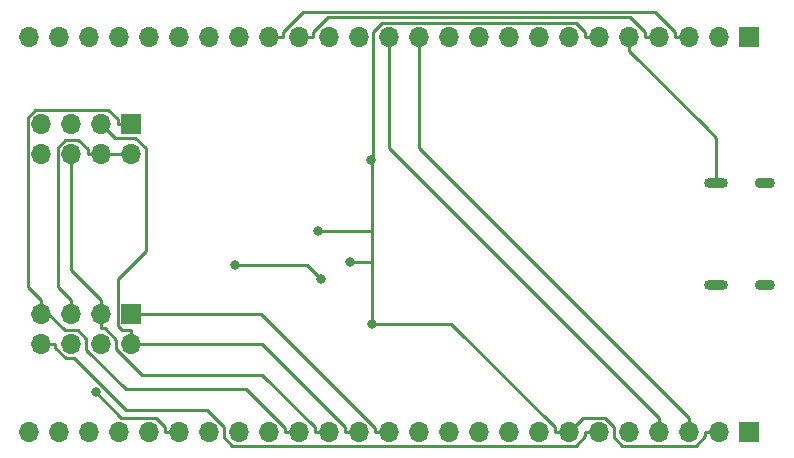
<source format=gbl>
G04 #@! TF.GenerationSoftware,KiCad,Pcbnew,5.1.8+dfsg1-1~bpo10+1*
G04 #@! TF.CreationDate,2020-12-17T11:19:26+08:00*
G04 #@! TF.ProjectId,stm32-io-extend,73746d33-322d-4696-9f2d-657874656e64,rev?*
G04 #@! TF.SameCoordinates,PX4cf27c8PY5b7b308*
G04 #@! TF.FileFunction,Copper,L2,Bot*
G04 #@! TF.FilePolarity,Positive*
%FSLAX46Y46*%
G04 Gerber Fmt 4.6, Leading zero omitted, Abs format (unit mm)*
G04 Created by KiCad (PCBNEW 5.1.8+dfsg1-1~bpo10+1) date 2020-12-17 11:19:26*
%MOMM*%
%LPD*%
G01*
G04 APERTURE LIST*
G04 #@! TA.AperFunction,ComponentPad*
%ADD10O,1.700000X1.700000*%
G04 #@! TD*
G04 #@! TA.AperFunction,ComponentPad*
%ADD11R,1.700000X1.700000*%
G04 #@! TD*
G04 #@! TA.AperFunction,ComponentPad*
%ADD12O,1.700000X0.900000*%
G04 #@! TD*
G04 #@! TA.AperFunction,ComponentPad*
%ADD13O,2.000000X0.900000*%
G04 #@! TD*
G04 #@! TA.AperFunction,ViaPad*
%ADD14C,0.800000*%
G04 #@! TD*
G04 #@! TA.AperFunction,Conductor*
%ADD15C,0.250000*%
G04 #@! TD*
G04 APERTURE END LIST*
D10*
G04 #@! TO.P,J5,25*
G04 #@! TO.N,/PC13*
X3515000Y3275000D03*
G04 #@! TO.P,J5,24*
G04 #@! TO.N,/PC14*
X6055000Y3275000D03*
G04 #@! TO.P,J5,23*
G04 #@! TO.N,/PC15*
X8595000Y3275000D03*
G04 #@! TO.P,J5,22*
G04 #@! TO.N,/OSC_IN*
X11135000Y3275000D03*
G04 #@! TO.P,J5,21*
G04 #@! TO.N,/OSC_OUT*
X13675000Y3275000D03*
G04 #@! TO.P,J5,20*
G04 #@! TO.N,/PA0*
X16215000Y3275000D03*
G04 #@! TO.P,J5,19*
G04 #@! TO.N,/PA1*
X18755000Y3275000D03*
G04 #@! TO.P,J5,18*
G04 #@! TO.N,/PA2*
X21295000Y3275000D03*
G04 #@! TO.P,J5,17*
G04 #@! TO.N,/PA3*
X23835000Y3275000D03*
G04 #@! TO.P,J5,16*
G04 #@! TO.N,/CS*
X26375000Y3275000D03*
G04 #@! TO.P,J5,15*
G04 #@! TO.N,/CLK*
X28915000Y3275000D03*
G04 #@! TO.P,J5,14*
G04 #@! TO.N,/DO*
X31455000Y3275000D03*
G04 #@! TO.P,J5,13*
G04 #@! TO.N,/DI*
X33995000Y3275000D03*
G04 #@! TO.P,J5,12*
G04 #@! TO.N,/PB0*
X36535000Y3275000D03*
G04 #@! TO.P,J5,11*
G04 #@! TO.N,/PB1*
X39075000Y3275000D03*
G04 #@! TO.P,J5,10*
G04 #@! TO.N,/PB2*
X41615000Y3275000D03*
G04 #@! TO.P,J5,9*
G04 #@! TO.N,/PB10*
X44155000Y3275000D03*
G04 #@! TO.P,J5,8*
G04 #@! TO.N,/PB11*
X46695000Y3275000D03*
G04 #@! TO.P,J5,7*
G04 #@! TO.N,VCC*
X49235000Y3275000D03*
G04 #@! TO.P,J5,6*
G04 #@! TO.N,/nWP*
X51775000Y3275000D03*
G04 #@! TO.P,J5,5*
G04 #@! TO.N,GND*
X54315000Y3275000D03*
G04 #@! TO.P,J5,4*
G04 #@! TO.N,/PA10*
X56855000Y3275000D03*
G04 #@! TO.P,J5,3*
G04 #@! TO.N,/PA9*
X59395000Y3275000D03*
G04 #@! TO.P,J5,2*
G04 #@! TO.N,VCC*
X61935000Y3275000D03*
D11*
G04 #@! TO.P,J5,1*
G04 #@! TO.N,/BOOT1_UP*
X64475000Y3275000D03*
G04 #@! TD*
D10*
G04 #@! TO.P,J4,25*
G04 #@! TO.N,/PB9*
X3515000Y36725000D03*
G04 #@! TO.P,J4,24*
G04 #@! TO.N,/PB8*
X6055000Y36725000D03*
G04 #@! TO.P,J4,23*
G04 #@! TO.N,/PB7*
X8595000Y36725000D03*
G04 #@! TO.P,J4,22*
G04 #@! TO.N,/PB6*
X11135000Y36725000D03*
G04 #@! TO.P,J4,21*
G04 #@! TO.N,/PB5*
X13675000Y36725000D03*
G04 #@! TO.P,J4,20*
G04 #@! TO.N,/PB4*
X16215000Y36725000D03*
G04 #@! TO.P,J4,19*
G04 #@! TO.N,/PB3*
X18755000Y36725000D03*
G04 #@! TO.P,J4,18*
G04 #@! TO.N,/PA15*
X21295000Y36725000D03*
G04 #@! TO.P,J4,17*
G04 #@! TO.N,/PA14*
X23835000Y36725000D03*
G04 #@! TO.P,J4,16*
G04 #@! TO.N,/PA13*
X26375000Y36725000D03*
G04 #@! TO.P,J4,15*
G04 #@! TO.N,/PA12*
X28915000Y36725000D03*
G04 #@! TO.P,J4,14*
G04 #@! TO.N,/PA11*
X31455000Y36725000D03*
G04 #@! TO.P,J4,13*
G04 #@! TO.N,/PA10*
X33995000Y36725000D03*
G04 #@! TO.P,J4,12*
G04 #@! TO.N,/PA9*
X36535000Y36725000D03*
G04 #@! TO.P,J4,11*
G04 #@! TO.N,/PA8*
X39075000Y36725000D03*
G04 #@! TO.P,J4,10*
G04 #@! TO.N,/PB15*
X41615000Y36725000D03*
G04 #@! TO.P,J4,9*
G04 #@! TO.N,/PB14*
X44155000Y36725000D03*
G04 #@! TO.P,J4,8*
G04 #@! TO.N,/PB13*
X46695000Y36725000D03*
G04 #@! TO.P,J4,7*
G04 #@! TO.N,/PB12*
X49235000Y36725000D03*
G04 #@! TO.P,J4,6*
G04 #@! TO.N,VCC*
X51775000Y36725000D03*
G04 #@! TO.P,J4,5*
G04 #@! TO.N,GND*
X54315000Y36725000D03*
G04 #@! TO.P,J4,4*
G04 #@! TO.N,/PA13*
X56855000Y36725000D03*
G04 #@! TO.P,J4,3*
G04 #@! TO.N,/PA14*
X59395000Y36725000D03*
G04 #@! TO.P,J4,2*
G04 #@! TO.N,VCC*
X61935000Y36725000D03*
D11*
G04 #@! TO.P,J4,1*
G04 #@! TO.N,/BOOT0_UP*
X64475000Y36725000D03*
G04 #@! TD*
D10*
G04 #@! TO.P,J3,8*
G04 #@! TO.N,/nWP*
X4575000Y10675000D03*
G04 #@! TO.P,J3,7*
G04 #@! TO.N,/CS*
X4575000Y13215000D03*
G04 #@! TO.P,J3,6*
G04 #@! TO.N,Net-(C11-Pad1)*
X7115000Y10675000D03*
G04 #@! TO.P,J3,5*
X7115000Y13215000D03*
G04 #@! TO.P,J3,4*
G04 #@! TO.N,GND*
X9655000Y10675000D03*
G04 #@! TO.P,J3,3*
G04 #@! TO.N,/CLK*
X9655000Y13215000D03*
G04 #@! TO.P,J3,2*
G04 #@! TO.N,/DO*
X12195000Y10675000D03*
D11*
G04 #@! TO.P,J3,1*
G04 #@! TO.N,/DI*
X12195000Y13215000D03*
G04 #@! TD*
D10*
G04 #@! TO.P,J2,8*
G04 #@! TO.N,/DI*
X4575000Y26805000D03*
G04 #@! TO.P,J2,7*
G04 #@! TO.N,GND*
X4575000Y29345000D03*
G04 #@! TO.P,J2,6*
G04 #@! TO.N,/CLK*
X7115000Y26805000D03*
G04 #@! TO.P,J2,5*
G04 #@! TO.N,/nWP*
X7115000Y29345000D03*
G04 #@! TO.P,J2,4*
G04 #@! TO.N,Net-(C11-Pad1)*
X9655000Y26805000D03*
G04 #@! TO.P,J2,3*
G04 #@! TO.N,/DO*
X9655000Y29345000D03*
G04 #@! TO.P,J2,2*
G04 #@! TO.N,Net-(C11-Pad1)*
X12195000Y26805000D03*
D11*
G04 #@! TO.P,J2,1*
G04 #@! TO.N,/CS*
X12195000Y29345000D03*
G04 #@! TD*
D12*
G04 #@! TO.P,J1,S1*
G04 #@! TO.N,GND*
X65855000Y24345000D03*
X65855000Y15705000D03*
D13*
X61685000Y24345000D03*
X61685000Y15705000D03*
G04 #@! TD*
D14*
G04 #@! TO.N,VCC*
X30691000Y17667400D03*
X32577000Y12432600D03*
X32478000Y26249100D03*
X27955000Y20285300D03*
G04 #@! TO.N,/NRST*
X20938000Y17414800D03*
X28279000Y16166000D03*
G04 #@! TO.N,/PA0*
X9176600Y6621000D03*
G04 #@! TD*
D15*
G04 #@! TO.N,GND*
X54315000Y36725000D02*
X54315000Y35549700D01*
X61685000Y28179700D02*
X60827350Y29037350D01*
X61685000Y24345000D02*
X61685000Y28179700D01*
X54315000Y35549700D02*
X60827350Y29037350D01*
X60827350Y29037350D02*
X60985000Y28879700D01*
G04 #@! TO.N,VCC*
X32577000Y17667400D02*
X32577000Y17667500D01*
X32577000Y12432600D02*
X32577000Y17667400D01*
X30485000Y20285300D02*
X30691000Y20285300D01*
X30691000Y20285300D02*
X30485000Y20285300D01*
X30485000Y20285300D02*
X27955000Y20285300D01*
X32577000Y17667500D02*
X32577000Y20237500D01*
X30691000Y20285300D02*
X32530000Y20285300D01*
X32530000Y20285300D02*
X32577000Y20237500D01*
X32577000Y20237500D02*
X32577000Y26149700D01*
X32577000Y26149700D02*
X32478000Y26249100D01*
X30691000Y17667400D02*
X32577000Y17667400D01*
X32577000Y17667400D02*
X32577000Y17667500D01*
X32478000Y26249100D02*
X32630000Y26401000D01*
X32630000Y26401000D02*
X32630000Y37092600D01*
X32630000Y37092600D02*
X33438000Y37900300D01*
X33438000Y37900300D02*
X49792000Y37900300D01*
X49792000Y37900300D02*
X50600000Y37092400D01*
X50600000Y37092400D02*
X50600000Y36725000D01*
X50600000Y36725000D02*
X51775000Y36725000D01*
X49235000Y3275000D02*
X50410000Y4450400D01*
X50410000Y4450400D02*
X52264000Y4450400D01*
X52264000Y4450400D02*
X53045000Y3669200D01*
X53045000Y3669200D02*
X53045000Y2786200D01*
X53045000Y2786200D02*
X53731000Y2099700D01*
X53731000Y2099700D02*
X59952000Y2099700D01*
X59952000Y2099700D02*
X60760000Y2907600D01*
X60760000Y2907600D02*
X60760000Y3275000D01*
X60760000Y3275000D02*
X61935000Y3275000D01*
X49235000Y3275000D02*
X48060000Y3275000D01*
X48060000Y3275000D02*
X48060000Y3642300D01*
X48060000Y3642300D02*
X39269000Y12432600D01*
X39269000Y12432600D02*
X32577000Y12432600D01*
G04 #@! TO.N,/NRST*
X28279000Y16166000D02*
X27030000Y17414800D01*
X27030000Y17414800D02*
X20938000Y17414800D01*
G04 #@! TO.N,/PA14*
X59395000Y36725000D02*
X58220000Y36725000D01*
X58220000Y36725000D02*
X58220000Y37101600D01*
X58220000Y37101600D02*
X56495000Y38826500D01*
X56495000Y38826500D02*
X26745000Y38826500D01*
X26745000Y38826500D02*
X25010000Y37092300D01*
X25010000Y37092300D02*
X25010000Y36725000D01*
X25010000Y36725000D02*
X23835000Y36725000D01*
G04 #@! TO.N,/PA13*
X56855000Y36725000D02*
X55680000Y36725000D01*
X55680000Y36725000D02*
X55680000Y37092300D01*
X55680000Y37092300D02*
X54396000Y38376100D01*
X54396000Y38376100D02*
X28834000Y38376100D01*
X28834000Y38376100D02*
X27550000Y37092300D01*
X27550000Y37092300D02*
X27550000Y36725000D01*
X27550000Y36725000D02*
X26375000Y36725000D01*
G04 #@! TO.N,/PA10*
X33995000Y36725000D02*
X33995000Y27310300D01*
X33995000Y27310300D02*
X56855000Y4450300D01*
X56855000Y4450300D02*
X56855000Y3275000D01*
G04 #@! TO.N,/PA9*
X59395000Y3275000D02*
X59395000Y4450300D01*
X59395000Y4450300D02*
X36535000Y27310300D01*
X36535000Y27310300D02*
X36535000Y36725000D01*
G04 #@! TO.N,/PA0*
X16215000Y3275000D02*
X15039700Y3275000D01*
X15039700Y3275000D02*
X15039700Y3642400D01*
X15039700Y3642400D02*
X14231800Y4450300D01*
X14231800Y4450300D02*
X11347300Y4450300D01*
X11347300Y4450300D02*
X9176600Y6621000D01*
G04 #@! TO.N,/DI*
X33995000Y3275000D02*
X32820000Y3275000D01*
X32820000Y3275000D02*
X32820000Y3589300D01*
X32820000Y3589300D02*
X23194000Y13215000D01*
X23194000Y13215000D02*
X12195000Y13215000D01*
G04 #@! TO.N,/CLK*
X9655000Y13215000D02*
X9655000Y12039700D01*
X9655000Y12039700D02*
X9966500Y12039700D01*
X9966500Y12039700D02*
X10925000Y11081200D01*
X10925000Y11081200D02*
X10925000Y10273300D01*
X10925000Y10273300D02*
X13099000Y8099300D01*
X13099000Y8099300D02*
X23283000Y8099300D01*
X23283000Y8099300D02*
X27740000Y3642300D01*
X27740000Y3642300D02*
X27740000Y3275000D01*
X27740000Y3275000D02*
X28915000Y3275000D01*
X7115000Y26805000D02*
X7115000Y16930300D01*
X7115000Y16930300D02*
X9655000Y14390300D01*
X9655000Y14390300D02*
X9655000Y13215000D01*
G04 #@! TO.N,/nWP*
X4575000Y10675000D02*
X5750300Y10675000D01*
X5750300Y10675000D02*
X5750300Y10368200D01*
X5750300Y10368200D02*
X6618800Y9499700D01*
X6618800Y9499700D02*
X7323700Y9499700D01*
X7323700Y9499700D02*
X11698100Y5125300D01*
X11698100Y5125300D02*
X11698100Y5125200D01*
X11698100Y5125200D02*
X18567200Y5125200D01*
X18567200Y5125200D02*
X20025000Y3667400D01*
X20025000Y3667400D02*
X20025000Y2785500D01*
X20025000Y2785500D02*
X20711000Y2099700D01*
X20711000Y2099700D02*
X49792000Y2099700D01*
X49792000Y2099700D02*
X50600000Y2907600D01*
X50600000Y2907600D02*
X50600000Y3275000D01*
X50600000Y3275000D02*
X51775000Y3275000D01*
G04 #@! TO.N,/DO*
X31455000Y3275000D02*
X30280000Y3275000D01*
X30280000Y3275000D02*
X30280000Y3663600D01*
X30280000Y3663600D02*
X23268000Y10675000D01*
X23268000Y10675000D02*
X12195000Y10675000D01*
X9655000Y29345000D02*
X10830400Y28169600D01*
X10830400Y28169600D02*
X12520600Y28169600D01*
X12520600Y28169600D02*
X13392400Y27297800D01*
X13392400Y27297800D02*
X13392400Y18556300D01*
X13392400Y18556300D02*
X11019600Y16183500D01*
X11019600Y16183500D02*
X11019600Y12225400D01*
X11019600Y12225400D02*
X11394700Y11850300D01*
X11394700Y11850300D02*
X12195000Y11850300D01*
X12195000Y11850300D02*
X12195000Y10675000D01*
G04 #@! TO.N,/CS*
X12195000Y29345000D02*
X11019700Y29345000D01*
X11019700Y29345000D02*
X11019700Y29712300D01*
X11019700Y29712300D02*
X10203000Y30529000D01*
X10203000Y30529000D02*
X4062500Y30529000D01*
X4062500Y30529000D02*
X3399700Y29866200D01*
X3399700Y29866200D02*
X3399700Y15565600D01*
X3399700Y15565600D02*
X4575000Y14390300D01*
X4575000Y14390300D02*
X4575000Y13802700D01*
X4575000Y13215000D02*
X4575000Y13802700D01*
X4575000Y13802700D02*
X6527300Y11850400D01*
X6527300Y11850400D02*
X7640600Y11850400D01*
X7640600Y11850400D02*
X8385000Y11106000D01*
X8385000Y11106000D02*
X8385000Y10217500D01*
X8385000Y10217500D02*
X11719600Y6882900D01*
X11719600Y6882900D02*
X21889000Y6882900D01*
X21889000Y6882900D02*
X25200000Y3572600D01*
X25200000Y3572600D02*
X25200000Y3275000D01*
X25200000Y3275000D02*
X26375000Y3275000D01*
G04 #@! TO.N,Net-(C11-Pad1)*
X12195000Y26805000D02*
X9655000Y26805000D01*
X9655000Y26805000D02*
X8479700Y26805000D01*
X8479700Y26805000D02*
X8479700Y27172300D01*
X8479700Y27172300D02*
X7671600Y27980400D01*
X7671600Y27980400D02*
X6589400Y27980400D01*
X6589400Y27980400D02*
X5939700Y27330700D01*
X5939700Y27330700D02*
X5939700Y15565600D01*
X5939700Y15565600D02*
X7115000Y14390300D01*
X7115000Y14390300D02*
X7115000Y13215000D01*
G04 #@! TD*
M02*

</source>
